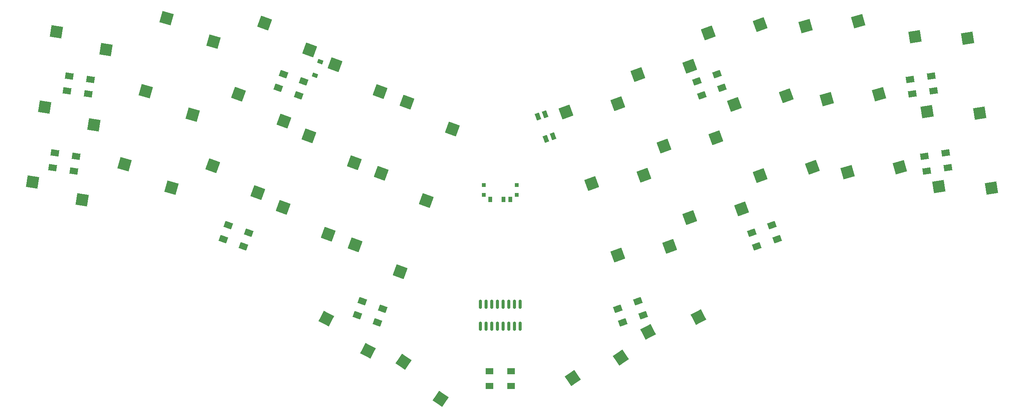
<source format=gbp>
%TF.GenerationSoftware,KiCad,Pcbnew,7.0.5-0*%
%TF.CreationDate,2023-06-28T16:40:39-04:00*%
%TF.ProjectId,regret,72656772-6574-42e6-9b69-6361645f7063,1*%
%TF.SameCoordinates,Original*%
%TF.FileFunction,Paste,Bot*%
%TF.FilePolarity,Positive*%
%FSLAX46Y46*%
G04 Gerber Fmt 4.6, Leading zero omitted, Abs format (unit mm)*
G04 Created by KiCad (PCBNEW 7.0.5-0) date 2023-06-28 16:40:39*
%MOMM*%
%LPD*%
G01*
G04 APERTURE LIST*
G04 Aperture macros list*
%AMRoundRect*
0 Rectangle with rounded corners*
0 $1 Rounding radius*
0 $2 $3 $4 $5 $6 $7 $8 $9 X,Y pos of 4 corners*
0 Add a 4 corners polygon primitive as box body*
4,1,4,$2,$3,$4,$5,$6,$7,$8,$9,$2,$3,0*
0 Add four circle primitives for the rounded corners*
1,1,$1+$1,$2,$3*
1,1,$1+$1,$4,$5*
1,1,$1+$1,$6,$7*
1,1,$1+$1,$8,$9*
0 Add four rect primitives between the rounded corners*
20,1,$1+$1,$2,$3,$4,$5,0*
20,1,$1+$1,$4,$5,$6,$7,0*
20,1,$1+$1,$6,$7,$8,$9,0*
20,1,$1+$1,$8,$9,$2,$3,0*%
%AMRotRect*
0 Rectangle, with rotation*
0 The origin of the aperture is its center*
0 $1 length*
0 $2 width*
0 $3 Rotation angle, in degrees counterclockwise*
0 Add horizontal line*
21,1,$1,$2,0,0,$3*%
G04 Aperture macros list end*
%ADD10R,0.900000X0.900000*%
%ADD11R,0.900000X1.250000*%
%ADD12RotRect,2.600000X2.600000X333.000000*%
%ADD13RotRect,2.600000X2.600000X340.000000*%
%ADD14RotRect,2.600000X2.600000X20.000000*%
%ADD15RotRect,2.600000X2.600000X16.000000*%
%ADD16RotRect,2.600000X2.600000X9.000000*%
%ADD17RotRect,2.600000X2.600000X344.000000*%
%ADD18RotRect,2.600000X2.600000X351.000000*%
%ADD19RotRect,0.900000X1.200000X70.000000*%
%ADD20RotRect,2.600000X2.600000X27.000000*%
%ADD21RotRect,2.600000X2.600000X34.000000*%
%ADD22RotRect,2.600000X2.600000X326.000000*%
%ADD23RotRect,1.800000X1.400000X9.000000*%
%ADD24RotRect,1.800000X1.400000X351.000000*%
%ADD25RotRect,1.800000X1.400000X340.000000*%
%ADD26RotRect,1.800000X1.400000X20.000000*%
%ADD27RotRect,1.550000X1.000000X110.000000*%
%ADD28RoundRect,0.150000X-0.150000X0.825000X-0.150000X-0.825000X0.150000X-0.825000X0.150000X0.825000X0*%
%ADD29R,1.800000X1.400000*%
G04 APERTURE END LIST*
D10*
X214386171Y-115641899D03*
X214386171Y-117841899D03*
X221786171Y-115641899D03*
X221786171Y-117841899D03*
D11*
X215836171Y-118816899D03*
X218836171Y-118816899D03*
X220336171Y-118816899D03*
D12*
X179186461Y-145472699D03*
X188478807Y-152676504D03*
D13*
X191435374Y-113030609D03*
X201536379Y-119048265D03*
D14*
X254684144Y-106882705D03*
X266290038Y-104999696D03*
D13*
X175333207Y-104642476D03*
X185434212Y-110660132D03*
D15*
X286400155Y-80045703D03*
X298109129Y-78976868D03*
D16*
X313540392Y-99178511D03*
X325292348Y-99544608D03*
D13*
X165387392Y-79339879D03*
X175488397Y-85357535D03*
D14*
X276258634Y-113529658D03*
X287864528Y-111646649D03*
D17*
X134104250Y-110923187D03*
X144600421Y-116221574D03*
D18*
X118821967Y-81363161D03*
X129885611Y-85342893D03*
D15*
X291085991Y-96387159D03*
X302794965Y-95318324D03*
D18*
X116162581Y-98153862D03*
X127226225Y-102133594D03*
D16*
X310881010Y-82387806D03*
X322632966Y-82753903D03*
D14*
X264629947Y-81580111D03*
X276235841Y-79697102D03*
D16*
X316199784Y-115969216D03*
X327951740Y-116335313D03*
D13*
X169518867Y-120617252D03*
X179619872Y-126634908D03*
D19*
X176682634Y-91080907D03*
X177811300Y-87979921D03*
D18*
X113503197Y-114944570D03*
X124566841Y-118924302D03*
D20*
X251149792Y-148446336D03*
X262439697Y-145162960D03*
D13*
X197249718Y-97055833D03*
X207350723Y-103073489D03*
X181147548Y-88667698D03*
X191248553Y-94685354D03*
D14*
X260498490Y-122857488D03*
X272104384Y-120974479D03*
D13*
X185621031Y-129005380D03*
X195722036Y-135023036D03*
D15*
X295771823Y-112728604D03*
X307480797Y-111659769D03*
D13*
X159573058Y-95314648D03*
X169674063Y-101332304D03*
D14*
X232767638Y-99296064D03*
X244373532Y-97413055D03*
D13*
X153758715Y-111289425D03*
X163859720Y-117307081D03*
D21*
X234299568Y-158835958D03*
X245105177Y-154201163D03*
D14*
X244396320Y-131245617D03*
X256002214Y-129362608D03*
X238581972Y-115270844D03*
X250187866Y-113387835D03*
D17*
X143475916Y-78240289D03*
X153972087Y-83538676D03*
D14*
X248869804Y-90907928D03*
X260475698Y-89024919D03*
D17*
X138790082Y-94581740D03*
X149286253Y-99880127D03*
D22*
X196442580Y-155173250D03*
X204787739Y-163455810D03*
D14*
X270444292Y-97554887D03*
X282050186Y-95671878D03*
D23*
X317715520Y-108439389D03*
X318231754Y-111698760D03*
X313490850Y-112449645D03*
X312974616Y-109190274D03*
D24*
X126429172Y-91983949D03*
X125912938Y-95243320D03*
X121172034Y-94492435D03*
X121688268Y-91233064D03*
D25*
X174117222Y-92414121D03*
X172988555Y-95515106D03*
X168478030Y-93873409D03*
X169606697Y-90772424D03*
D26*
X266565646Y-90772428D03*
X267694313Y-93873413D03*
X263183788Y-95515110D03*
X262055121Y-92414125D03*
D27*
X228300769Y-105265867D03*
X226505163Y-100332481D03*
X229898247Y-104684433D03*
X228102641Y-99751047D03*
D24*
X123197720Y-109190280D03*
X122681486Y-112449651D03*
X117940582Y-111698766D03*
X118456816Y-108439395D03*
D28*
X222531169Y-147216896D03*
X221261169Y-147216896D03*
X219991169Y-147216896D03*
X218721169Y-147216896D03*
X217451169Y-147216896D03*
X216181169Y-147216896D03*
X214911169Y-147216896D03*
X213641169Y-147216896D03*
X213641169Y-142266896D03*
X214911169Y-142266896D03*
X216181169Y-142266896D03*
X217451169Y-142266896D03*
X218721169Y-142266896D03*
X219991169Y-142266896D03*
X221261169Y-142266896D03*
X222531169Y-142266896D03*
D26*
X248895438Y-141633281D03*
X250024105Y-144734266D03*
X245513580Y-146375963D03*
X244384913Y-143274978D03*
X278878373Y-124601359D03*
X280007040Y-127702344D03*
X275496515Y-129344041D03*
X274367848Y-126243056D03*
D25*
X191787422Y-143274973D03*
X190658755Y-146375958D03*
X186148230Y-144734261D03*
X187276897Y-141633276D03*
D29*
X220486171Y-157287378D03*
X220486171Y-160587378D03*
X215686171Y-160587378D03*
X215686171Y-157287378D03*
D25*
X161804497Y-126243063D03*
X160675830Y-129344048D03*
X156165305Y-127702351D03*
X157293972Y-124601366D03*
D23*
X314484080Y-91233062D03*
X315000314Y-94492433D03*
X310259410Y-95243318D03*
X309743176Y-91983947D03*
M02*

</source>
